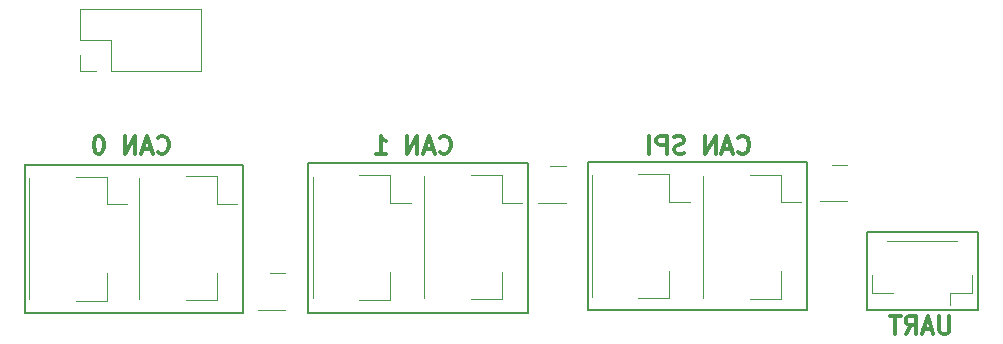
<source format=gbr>
%TF.GenerationSoftware,KiCad,Pcbnew,7.0.8*%
%TF.CreationDate,2024-02-12T21:11:38+01:00*%
%TF.ProjectId,HatV4,48617456-342e-46b6-9963-61645f706362,V2*%
%TF.SameCoordinates,Original*%
%TF.FileFunction,Legend,Bot*%
%TF.FilePolarity,Positive*%
%FSLAX46Y46*%
G04 Gerber Fmt 4.6, Leading zero omitted, Abs format (unit mm)*
G04 Created by KiCad (PCBNEW 7.0.8) date 2024-02-12 21:11:38*
%MOMM*%
%LPD*%
G01*
G04 APERTURE LIST*
%ADD10C,0.150000*%
%ADD11C,0.375000*%
%ADD12C,0.120000*%
G04 APERTURE END LIST*
D10*
X156743400Y-102031800D02*
X175336200Y-102031800D01*
X180365400Y-107975400D02*
X180365400Y-114579400D01*
X180365400Y-114579400D02*
X189814200Y-114579400D01*
X175336200Y-114579400D02*
X156768800Y-114579400D01*
X127533400Y-102260400D02*
X109093000Y-102260400D01*
X189814200Y-107975400D02*
X180365400Y-107975400D01*
X109093000Y-114782600D02*
X127533400Y-114782600D01*
X175336200Y-102031800D02*
X175336200Y-114579400D01*
X109093000Y-102184200D02*
X109093000Y-114782600D01*
X156768800Y-114579400D02*
X156768800Y-102031800D01*
X133096000Y-102158800D02*
X133096000Y-114757200D01*
X133096000Y-114757200D02*
X151739600Y-114757200D01*
X151739600Y-102108000D02*
X133096000Y-102108000D01*
X127533400Y-114782600D02*
X127533400Y-102260400D01*
X151739600Y-114757200D02*
X151739600Y-102108000D01*
X189814200Y-114579400D02*
X189814200Y-107975400D01*
D11*
X169506404Y-101152471D02*
X169577832Y-101223900D01*
X169577832Y-101223900D02*
X169792118Y-101295328D01*
X169792118Y-101295328D02*
X169934975Y-101295328D01*
X169934975Y-101295328D02*
X170149261Y-101223900D01*
X170149261Y-101223900D02*
X170292118Y-101081042D01*
X170292118Y-101081042D02*
X170363547Y-100938185D01*
X170363547Y-100938185D02*
X170434975Y-100652471D01*
X170434975Y-100652471D02*
X170434975Y-100438185D01*
X170434975Y-100438185D02*
X170363547Y-100152471D01*
X170363547Y-100152471D02*
X170292118Y-100009614D01*
X170292118Y-100009614D02*
X170149261Y-99866757D01*
X170149261Y-99866757D02*
X169934975Y-99795328D01*
X169934975Y-99795328D02*
X169792118Y-99795328D01*
X169792118Y-99795328D02*
X169577832Y-99866757D01*
X169577832Y-99866757D02*
X169506404Y-99938185D01*
X168934975Y-100866757D02*
X168220690Y-100866757D01*
X169077832Y-101295328D02*
X168577832Y-99795328D01*
X168577832Y-99795328D02*
X168077832Y-101295328D01*
X167577833Y-101295328D02*
X167577833Y-99795328D01*
X167577833Y-99795328D02*
X166720690Y-101295328D01*
X166720690Y-101295328D02*
X166720690Y-99795328D01*
X164934975Y-101223900D02*
X164720690Y-101295328D01*
X164720690Y-101295328D02*
X164363547Y-101295328D01*
X164363547Y-101295328D02*
X164220690Y-101223900D01*
X164220690Y-101223900D02*
X164149261Y-101152471D01*
X164149261Y-101152471D02*
X164077832Y-101009614D01*
X164077832Y-101009614D02*
X164077832Y-100866757D01*
X164077832Y-100866757D02*
X164149261Y-100723900D01*
X164149261Y-100723900D02*
X164220690Y-100652471D01*
X164220690Y-100652471D02*
X164363547Y-100581042D01*
X164363547Y-100581042D02*
X164649261Y-100509614D01*
X164649261Y-100509614D02*
X164792118Y-100438185D01*
X164792118Y-100438185D02*
X164863547Y-100366757D01*
X164863547Y-100366757D02*
X164934975Y-100223900D01*
X164934975Y-100223900D02*
X164934975Y-100081042D01*
X164934975Y-100081042D02*
X164863547Y-99938185D01*
X164863547Y-99938185D02*
X164792118Y-99866757D01*
X164792118Y-99866757D02*
X164649261Y-99795328D01*
X164649261Y-99795328D02*
X164292118Y-99795328D01*
X164292118Y-99795328D02*
X164077832Y-99866757D01*
X163434976Y-101295328D02*
X163434976Y-99795328D01*
X163434976Y-99795328D02*
X162863547Y-99795328D01*
X162863547Y-99795328D02*
X162720690Y-99866757D01*
X162720690Y-99866757D02*
X162649261Y-99938185D01*
X162649261Y-99938185D02*
X162577833Y-100081042D01*
X162577833Y-100081042D02*
X162577833Y-100295328D01*
X162577833Y-100295328D02*
X162649261Y-100438185D01*
X162649261Y-100438185D02*
X162720690Y-100509614D01*
X162720690Y-100509614D02*
X162863547Y-100581042D01*
X162863547Y-100581042D02*
X163434976Y-100581042D01*
X161934976Y-101295328D02*
X161934976Y-99795328D01*
X144233404Y-101152471D02*
X144304832Y-101223900D01*
X144304832Y-101223900D02*
X144519118Y-101295328D01*
X144519118Y-101295328D02*
X144661975Y-101295328D01*
X144661975Y-101295328D02*
X144876261Y-101223900D01*
X144876261Y-101223900D02*
X145019118Y-101081042D01*
X145019118Y-101081042D02*
X145090547Y-100938185D01*
X145090547Y-100938185D02*
X145161975Y-100652471D01*
X145161975Y-100652471D02*
X145161975Y-100438185D01*
X145161975Y-100438185D02*
X145090547Y-100152471D01*
X145090547Y-100152471D02*
X145019118Y-100009614D01*
X145019118Y-100009614D02*
X144876261Y-99866757D01*
X144876261Y-99866757D02*
X144661975Y-99795328D01*
X144661975Y-99795328D02*
X144519118Y-99795328D01*
X144519118Y-99795328D02*
X144304832Y-99866757D01*
X144304832Y-99866757D02*
X144233404Y-99938185D01*
X143661975Y-100866757D02*
X142947690Y-100866757D01*
X143804832Y-101295328D02*
X143304832Y-99795328D01*
X143304832Y-99795328D02*
X142804832Y-101295328D01*
X142304833Y-101295328D02*
X142304833Y-99795328D01*
X142304833Y-99795328D02*
X141447690Y-101295328D01*
X141447690Y-101295328D02*
X141447690Y-99795328D01*
X138804832Y-101295328D02*
X139661975Y-101295328D01*
X139233404Y-101295328D02*
X139233404Y-99795328D01*
X139233404Y-99795328D02*
X139376261Y-100009614D01*
X139376261Y-100009614D02*
X139519118Y-100152471D01*
X139519118Y-100152471D02*
X139661975Y-100223900D01*
X120357404Y-101152471D02*
X120428832Y-101223900D01*
X120428832Y-101223900D02*
X120643118Y-101295328D01*
X120643118Y-101295328D02*
X120785975Y-101295328D01*
X120785975Y-101295328D02*
X121000261Y-101223900D01*
X121000261Y-101223900D02*
X121143118Y-101081042D01*
X121143118Y-101081042D02*
X121214547Y-100938185D01*
X121214547Y-100938185D02*
X121285975Y-100652471D01*
X121285975Y-100652471D02*
X121285975Y-100438185D01*
X121285975Y-100438185D02*
X121214547Y-100152471D01*
X121214547Y-100152471D02*
X121143118Y-100009614D01*
X121143118Y-100009614D02*
X121000261Y-99866757D01*
X121000261Y-99866757D02*
X120785975Y-99795328D01*
X120785975Y-99795328D02*
X120643118Y-99795328D01*
X120643118Y-99795328D02*
X120428832Y-99866757D01*
X120428832Y-99866757D02*
X120357404Y-99938185D01*
X119785975Y-100866757D02*
X119071690Y-100866757D01*
X119928832Y-101295328D02*
X119428832Y-99795328D01*
X119428832Y-99795328D02*
X118928832Y-101295328D01*
X118428833Y-101295328D02*
X118428833Y-99795328D01*
X118428833Y-99795328D02*
X117571690Y-101295328D01*
X117571690Y-101295328D02*
X117571690Y-99795328D01*
X115428832Y-99795328D02*
X115285975Y-99795328D01*
X115285975Y-99795328D02*
X115143118Y-99866757D01*
X115143118Y-99866757D02*
X115071690Y-99938185D01*
X115071690Y-99938185D02*
X115000261Y-100081042D01*
X115000261Y-100081042D02*
X114928832Y-100366757D01*
X114928832Y-100366757D02*
X114928832Y-100723900D01*
X114928832Y-100723900D02*
X115000261Y-101009614D01*
X115000261Y-101009614D02*
X115071690Y-101152471D01*
X115071690Y-101152471D02*
X115143118Y-101223900D01*
X115143118Y-101223900D02*
X115285975Y-101295328D01*
X115285975Y-101295328D02*
X115428832Y-101295328D01*
X115428832Y-101295328D02*
X115571690Y-101223900D01*
X115571690Y-101223900D02*
X115643118Y-101152471D01*
X115643118Y-101152471D02*
X115714547Y-101009614D01*
X115714547Y-101009614D02*
X115785975Y-100723900D01*
X115785975Y-100723900D02*
X115785975Y-100366757D01*
X115785975Y-100366757D02*
X115714547Y-100081042D01*
X115714547Y-100081042D02*
X115643118Y-99938185D01*
X115643118Y-99938185D02*
X115571690Y-99866757D01*
X115571690Y-99866757D02*
X115428832Y-99795328D01*
X187381547Y-115035328D02*
X187381547Y-116249614D01*
X187381547Y-116249614D02*
X187310118Y-116392471D01*
X187310118Y-116392471D02*
X187238690Y-116463900D01*
X187238690Y-116463900D02*
X187095832Y-116535328D01*
X187095832Y-116535328D02*
X186810118Y-116535328D01*
X186810118Y-116535328D02*
X186667261Y-116463900D01*
X186667261Y-116463900D02*
X186595832Y-116392471D01*
X186595832Y-116392471D02*
X186524404Y-116249614D01*
X186524404Y-116249614D02*
X186524404Y-115035328D01*
X185881546Y-116106757D02*
X185167261Y-116106757D01*
X186024403Y-116535328D02*
X185524403Y-115035328D01*
X185524403Y-115035328D02*
X185024403Y-116535328D01*
X183667261Y-116535328D02*
X184167261Y-115821042D01*
X184524404Y-116535328D02*
X184524404Y-115035328D01*
X184524404Y-115035328D02*
X183952975Y-115035328D01*
X183952975Y-115035328D02*
X183810118Y-115106757D01*
X183810118Y-115106757D02*
X183738689Y-115178185D01*
X183738689Y-115178185D02*
X183667261Y-115321042D01*
X183667261Y-115321042D02*
X183667261Y-115535328D01*
X183667261Y-115535328D02*
X183738689Y-115678185D01*
X183738689Y-115678185D02*
X183810118Y-115749614D01*
X183810118Y-115749614D02*
X183952975Y-115821042D01*
X183952975Y-115821042D02*
X184524404Y-115821042D01*
X183238689Y-115035328D02*
X182381547Y-115035328D01*
X182810118Y-116535328D02*
X182810118Y-115035328D01*
D12*
%TO.C,U8*%
X178071678Y-102225178D02*
X177421678Y-102225178D01*
X178071678Y-102225178D02*
X178721678Y-102225178D01*
X178071678Y-105345178D02*
X176396678Y-105345178D01*
X178071678Y-105345178D02*
X178721678Y-105345178D01*
%TO.C,J8*%
X163667978Y-103031578D02*
X163667978Y-105381578D01*
X161037978Y-103031578D02*
X163667978Y-103031578D01*
X157097978Y-103141578D02*
X157097978Y-113441578D01*
X163667978Y-105381578D02*
X165377978Y-105381578D01*
X163667978Y-113551578D02*
X163667978Y-111201578D01*
X161037978Y-113551578D02*
X163667978Y-113551578D01*
%TO.C,J4*%
X149466400Y-103121800D02*
X149466400Y-105471800D01*
X146836400Y-103121800D02*
X149466400Y-103121800D01*
X142896400Y-103231800D02*
X142896400Y-113531800D01*
X149466400Y-105471800D02*
X151176400Y-105471800D01*
X149466400Y-113641800D02*
X149466400Y-111291800D01*
X146836400Y-113641800D02*
X149466400Y-113641800D01*
%TO.C,J3*%
X140057422Y-103136222D02*
X140057422Y-105486222D01*
X137427422Y-103136222D02*
X140057422Y-103136222D01*
X133487422Y-103246222D02*
X133487422Y-113546222D01*
X140057422Y-105486222D02*
X141767422Y-105486222D01*
X140057422Y-113656222D02*
X140057422Y-111306222D01*
X137427422Y-113656222D02*
X140057422Y-113656222D01*
%TO.C,J6*%
X124037400Y-89068600D02*
X124037400Y-94268600D01*
X113757400Y-89068600D02*
X124037400Y-89068600D01*
X113757400Y-89068600D02*
X113757400Y-91668600D01*
X116357400Y-91668600D02*
X116357400Y-94268600D01*
X113757400Y-91668600D02*
X116357400Y-91668600D01*
X113757400Y-92938600D02*
X113757400Y-94268600D01*
X116357400Y-94268600D02*
X124037400Y-94268600D01*
X113757400Y-94268600D02*
X115087400Y-94268600D01*
%TO.C,J7*%
X189257400Y-113140400D02*
X187457400Y-113140400D01*
X189257400Y-111540400D02*
X189257400Y-113140400D01*
X187987400Y-108670400D02*
X182057400Y-108670400D01*
X187457400Y-113140400D02*
X187457400Y-114080400D01*
X180787400Y-113140400D02*
X182587400Y-113140400D01*
X180787400Y-111540400D02*
X180787400Y-113140400D01*
%TO.C,U4*%
X154251900Y-102336200D02*
X153601900Y-102336200D01*
X154251900Y-102336200D02*
X154901900Y-102336200D01*
X154251900Y-105456200D02*
X152576900Y-105456200D01*
X154251900Y-105456200D02*
X154901900Y-105456200D01*
%TO.C,J9*%
X173084578Y-103071378D02*
X173084578Y-105421378D01*
X170454578Y-103071378D02*
X173084578Y-103071378D01*
X166514578Y-103181378D02*
X166514578Y-113481378D01*
X173084578Y-105421378D02*
X174794578Y-105421378D01*
X173084578Y-113591378D02*
X173084578Y-111241378D01*
X170454578Y-113591378D02*
X173084578Y-113591378D01*
%TO.C,U2*%
X130517322Y-111393022D02*
X129867322Y-111393022D01*
X130517322Y-111393022D02*
X131167322Y-111393022D01*
X130517322Y-114513022D02*
X128842322Y-114513022D01*
X130517322Y-114513022D02*
X131167322Y-114513022D01*
%TO.C,J2*%
X125342822Y-103212422D02*
X125342822Y-105562422D01*
X122712822Y-103212422D02*
X125342822Y-103212422D01*
X118772822Y-103322422D02*
X118772822Y-113622422D01*
X125342822Y-105562422D02*
X127052822Y-105562422D01*
X125342822Y-113732422D02*
X125342822Y-111382422D01*
X122712822Y-113732422D02*
X125342822Y-113732422D01*
%TO.C,J1*%
X116037022Y-103236822D02*
X116037022Y-105586822D01*
X113407022Y-103236822D02*
X116037022Y-103236822D01*
X109467022Y-103346822D02*
X109467022Y-113646822D01*
X116037022Y-105586822D02*
X117747022Y-105586822D01*
X116037022Y-113756822D02*
X116037022Y-111406822D01*
X113407022Y-113756822D02*
X116037022Y-113756822D01*
%TD*%
M02*

</source>
